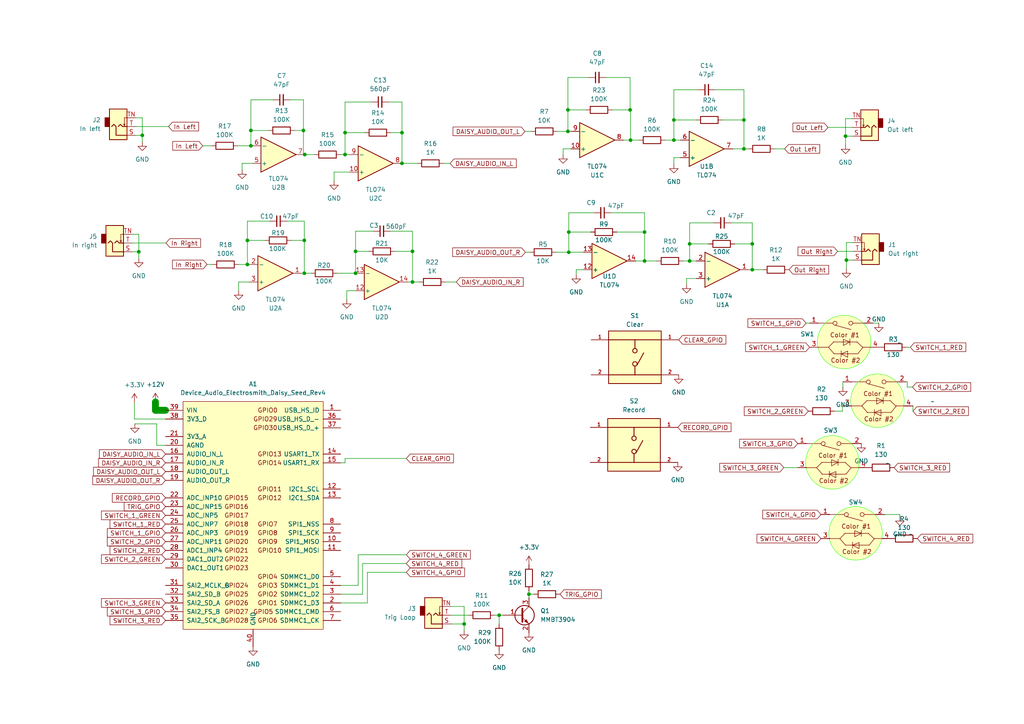
<source format=kicad_sch>
(kicad_sch (version 20231120) (generator "eeschema") (generator_version "8.0")
  (paper "A4")
  (junction (at 218.186 70.739))
  (junction (at 335.534 122.936))
  (junction (at 186.944 67.31))
  (junction (at 119.634 72.898))
  (junction (at 88.265 79.248))
  (junction (at 245.237 39.497))
  (junction (at 200.025 75.692))
  (junction (at 88.265 69.723))
  (junction (at 195.453 40.64))
  (junction (at 335.534 110.236))
  (junction (at 245.491 75.438))
  (junction (at 186.944 75.692))
  (junction (at 164.719 38.1))
  (junction (at 103.124 79.248))
  (junction (at -42.545 -9.906))
  (junction (at 100.076 38.481))
  (junction (at 134.62 180.975))
  (junction (at 315.214 110.236))
  (junction (at 182.753 31.877))
  (junction (at 164.973 67.31))
  (junction (at 195.453 34.798))
  (junction (at 88.011 37.846))
  (junction (at 119.634 81.788))
  (junction (at 164.973 73.152))
  (junction (at 349.25 67.691))
  (junction (at 318.77 60.071))
  (junction (at 215.773 34.798))
  (junction (at 41.275 39.243))
  (junction (at 72.771 42.291))
  (junction (at 215.773 43.18))
  (junction (at 315.214 122.936))
  (junction (at 349.25 60.071))
  (junction (at 40.259 73.025))
  (junction (at -97.79 -9.906))
  (junction (at 71.755 76.708))
  (junction (at 218.186 78.232))
  (junction (at 88.392 44.831))
  (junction (at 318.77 75.311))
  (junction (at 323.85 67.691))
  (junction (at 306.07 67.691))
  (junction (at 182.88 40.64))
  (junction (at 349.25 75.311))
  (junction (at 116.586 38.481))
  (junction (at 116.586 47.371))
  (junction (at 103.124 72.898))
  (junction (at 144.78 178.435))
  (junction (at 71.755 69.723))
  (junction (at 72.771 37.846))
  (junction (at 100.076 44.831))
  (junction (at 318.77 67.691))
  (junction (at 153.416 172.339))
  (junction (at 200.025 70.739))
  (junction (at 164.719 31.877))
  (wire (pts (xy 332.994 122.936) (xy 335.534 122.936)))
  (wire (pts (xy 106.553 174.879) (xy 98.806 174.879)))
  (wire (pts (xy 262.89 110.744) (xy 263.144 110.744)))
  (wire (pts (xy 215.773 34.798) (xy 215.773 43.18)))
  (wire (pts (xy 177.546 31.877) (xy 182.753 31.877)))
  (wire (pts (xy 88.392 44.831) (xy 88.011 44.831)))
  (wire (pts (xy 167.132 78.232) (xy 167.132 79.629)))
  (wire (pts (xy 91.186 44.831) (xy 88.392 44.831)))
  (wire (pts (xy 119.634 81.788) (xy 118.364 81.788)))
  (wire (pts (xy 247.142 36.957) (xy 240.157 36.957)))
  (wire (pts (xy 100.076 44.831) (xy 98.806 44.831)))
  (wire (pts (xy 201.93 75.692) (xy 200.025 75.692)))
  (wire (pts (xy 38.989 121.539) (xy 48.006 121.539)))
  (wire (pts (xy 98.806 134.239) (xy 100.076 134.239)))
  (wire (pts (xy 73.152 42.291) (xy 72.771 42.291)))
  (wire (pts (xy 245.491 75.438) (xy 245.491 77.978)))
  (wire (pts (xy 100.076 132.969) (xy 117.856 132.969)))
  (wire (pts (xy 100.076 29.591) (xy 100.076 38.481)))
  (wire (pts (xy 70.231 47.371) (xy 73.152 47.371)))
  (wire (pts (xy -97.79 -4.826) (xy -86.995 -4.826)))
  (wire (pts (xy 332.74 60.071) (xy 335.28 60.071)))
  (wire (pts (xy -42.545 -9.906) (xy -22.225 -9.906)))
  (wire (pts (xy 323.85 67.691) (xy 349.25 67.691)))
  (wire (pts (xy 318.77 65.151) (xy 318.77 67.691)))
  (wire (pts (xy 45.466 129.159) (xy 48.006 129.159)))
  (wire (pts (xy 315.214 110.236) (xy 315.214 122.936)))
  (wire (pts (xy 255.27 100.711) (xy 255.143 100.711)))
  (wire (pts (xy -97.79 -7.366) (xy -86.995 -7.366)))
  (wire (pts (xy 106.553 165.989) (xy 117.856 165.989)))
  (wire (pts (xy 153.67 73.152) (xy 152.4 73.152)))
  (wire (pts (xy 167.132 78.232) (xy 169.164 78.232)))
  (wire (pts (xy 207.518 26.035) (xy 215.773 26.035)))
  (wire (pts (xy 71.755 69.723) (xy 76.835 69.723)))
  (wire (pts (xy 247.396 72.898) (xy 242.951 72.898)))
  (wire (pts (xy 103.124 72.898) (xy 106.934 72.898)))
  (wire (pts (xy 45.085 116.586) (xy 45.085 118.999)) (stroke (width 2)))
  (wire (pts (xy 195.453 40.64) (xy 197.358 40.64)))
  (wire (pts (xy 182.88 40.64) (xy 185.293 40.64)))
  (wire (pts (xy 108.204 67.056) (xy 103.124 67.056)))
  (wire (pts (xy 312.674 122.936) (xy 315.214 122.936)))
  (wire (pts (xy 90.17 79.248) (xy 88.265 79.248)))
  (wire (pts (xy 227.33 135.636) (xy 231.394 135.636)))
  (wire (pts (xy 306.07 62.611) (xy 306.07 60.071)))
  (wire (pts (xy 349.25 60.071) (xy 349.25 61.976)))
  (wire (pts (xy 39.37 34.163) (xy 41.275 34.163)))
  (wire (pts (xy 260.985 149.225) (xy 260.985 149.86)))
  (wire (pts (xy 121.031 47.371) (xy 116.586 47.371)))
  (wire (pts (xy 209.55 34.798) (xy 215.773 34.798)))
  (wire (pts (xy 312.674 110.236) (xy 315.214 110.236)))
  (wire (pts (xy 332.994 110.236) (xy 335.534 110.236)))
  (wire (pts (xy 38.354 67.945) (xy 40.259 67.945)))
  (wire (pts (xy 200.025 64.643) (xy 200.025 70.739)))
  (wire (pts (xy 264.033 100.711) (xy 262.89 100.711)))
  (wire (pts (xy 161.29 73.152) (xy 164.973 73.152)))
  (wire (pts (xy 215.773 43.18) (xy 217.043 43.18)))
  (wire (pts (xy 300.99 67.691) (xy 300.99 68.326)))
  (wire (pts (xy 116.586 38.481) (xy 113.411 38.481)))
  (wire (pts (xy 72.771 42.291) (xy 68.961 42.291)))
  (wire (pts (xy 186.944 61.722) (xy 186.944 67.31)))
  (wire (pts (xy 101.346 44.831) (xy 100.076 44.831)))
  (wire (pts (xy 116.586 38.481) (xy 116.586 29.591)))
  (wire (pts (xy 72.771 37.846) (xy 77.851 37.846)))
  (wire (pts (xy 202.438 26.035) (xy 195.453 26.035)))
  (wire (pts (xy 171.323 67.31) (xy 164.973 67.31)))
  (wire (pts (xy 244.348 119.253) (xy 242.062 119.253)))
  (wire (pts (xy 215.773 34.798) (xy 215.773 26.035)))
  (wire (pts (xy 40.259 73.025) (xy 40.259 74.93)))
  (wire (pts (xy 164.973 67.31) (xy 164.973 73.152)))
  (wire (pts (xy 72.771 42.291) (xy 72.771 37.846)))
  (wire (pts (xy 103.124 84.328) (xy 100.584 84.328)))
  (wire (pts (xy 130.556 47.371) (xy 128.651 47.371)))
  (wire (pts (xy 153.416 172.339) (xy 153.416 173.355)))
  (wire (pts (xy 218.186 78.232) (xy 221.234 78.232)))
  (wire (pts (xy 106.553 165.989) (xy 106.553 174.879)))
  (wire (pts (xy 39.37 36.703) (xy 48.895 36.703)))
  (wire (pts (xy 40.259 67.945) (xy 40.259 73.025)))
  (wire (pts (xy 192.913 40.64) (xy 195.453 40.64)))
  (wire (pts (xy 215.773 43.18) (xy 212.598 43.18)))
  (wire (pts (xy 105.156 163.449) (xy 117.856 163.449)))
  (wire (pts (xy 113.284 67.056) (xy 119.634 67.056)))
  (wire (pts (xy 169.926 31.877) (xy 164.719 31.877)))
  (wire (pts (xy 178.943 67.31) (xy 186.944 67.31)))
  (wire (pts (xy 144.78 180.975) (xy 144.78 178.435)))
  (wire (pts (xy 199.136 80.772) (xy 199.136 82.423)))
  (wire (pts (xy 130.81 175.895) (xy 134.62 175.895)))
  (wire (pts (xy 60.071 76.708) (xy 61.595 76.708)))
  (wire (pts (xy 100.584 84.328) (xy 100.584 86.868)))
  (wire (pts (xy 72.263 81.788) (xy 69.215 81.788)))
  (wire (pts (xy 134.62 175.895) (xy 134.62 180.975)))
  (wire (pts (xy -109.347 -9.906) (xy -97.79 -9.906)))
  (wire (pts (xy 306.07 60.071) (xy 318.77 60.071)))
  (wire (pts (xy -97.79 -9.906) (xy -86.995 -9.906)))
  (wire (pts (xy 116.586 47.371) (xy 116.586 38.481)))
  (wire (pts (xy 83.312 64.135) (xy 88.265 64.135)))
  (wire (pts (xy 342.9 60.071) (xy 349.25 60.071)))
  (wire (pts (xy 39.116 122.936) (xy 45.466 122.936)))
  (wire (pts (xy 256.54 149.225) (xy 260.985 149.225)))
  (wire (pts (xy 217.17 78.232) (xy 218.186 78.232)))
  (wire (pts (xy 233.807 93.726) (xy 234.823 93.726)))
  (wire (pts (xy 103.124 79.248) (xy 103.124 72.898)))
  (wire (pts (xy 245.491 70.358) (xy 247.396 70.358)))
  (wire (pts (xy 41.275 41.148) (xy 41.275 39.243)))
  (wire (pts (xy 318.77 72.771) (xy 318.77 75.311)))
  (wire (pts (xy 205.486 70.739) (xy 200.025 70.739)))
  (wire (pts (xy 318.77 60.071) (xy 325.12 60.071)))
  (wire (pts (xy 245.237 34.417) (xy 245.237 39.497)))
  (wire (pts (xy 130.81 178.435) (xy 135.89 178.435)))
  (wire (pts (xy 69.215 76.708) (xy 71.755 76.708)))
  (wire (pts (xy 71.755 76.708) (xy 71.755 69.723)))
  (wire (pts (xy -42.545 0.254) (xy -22.225 0.254)))
  (wire (pts (xy 41.275 39.243) (xy 39.37 39.243)))
  (wire (pts (xy 161.671 38.1) (xy 164.719 38.1)))
  (wire (pts (xy 145.796 178.435) (xy 144.78 178.435)))
  (wire (pts (xy 182.753 31.877) (xy 182.88 31.877)))
  (wire (pts (xy 84.455 69.723) (xy 88.265 69.723)))
  (wire (pts (xy 69.215 81.788) (xy 69.215 84.328)))
  (wire (pts (xy 318.77 75.311) (xy 325.12 75.311)))
  (wire (pts (xy 40.259 73.025) (xy 38.354 73.025)))
  (wire (pts (xy 87.503 79.248) (xy 88.265 79.248)))
  (wire (pts (xy 224.663 43.18) (xy 227.584 43.18)))
  (wire (pts (xy 200.025 75.692) (xy 198.12 75.692)))
  (wire (pts (xy 103.124 79.248) (xy 97.79 79.248)))
  (wire (pts (xy 195.453 47.625) (xy 195.453 45.72)))
  (wire (pts (xy 153.416 171.45) (xy 153.416 172.339)))
  (wire (pts (xy -42.545 -7.366) (xy -22.225 -7.366)))
  (wire (pts (xy 218.186 70.739) (xy 218.186 78.232)))
  (wire (pts (xy 306.07 72.771) (xy 306.07 75.311)))
  (wire (pts (xy 41.275 39.243) (xy 41.275 34.163)))
  (wire (pts (xy 335.534 122.936) (xy 335.534 126.746)))
  (wire (pts (xy 315.214 122.936) (xy 317.754 122.936)))
  (wire (pts (xy 318.77 67.691) (xy 323.85 67.691)))
  (wire (pts (xy 263.144 112.268) (xy 264.668 112.268)))
  (wire (pts (xy 190.5 75.692) (xy 186.944 75.692)))
  (wire (pts (xy 144.78 178.435) (xy 143.51 178.435)))
  (wire (pts (xy 315.214 129.286) (xy 315.214 122.936)))
  (wire (pts (xy 207.01 64.643) (xy 200.025 64.643)))
  (wire (pts (xy 114.554 72.898) (xy 119.634 72.898)))
  (wire (pts (xy 163.322 44.831) (xy 163.322 43.18)))
  (wire (pts (xy -45.593 -9.906) (xy -42.545 -9.906)))
  (wire (pts (xy 306.07 67.691) (xy 300.99 67.691)))
  (wire (pts (xy -42.545 -4.826) (xy -22.225 -4.826)))
  (wire (pts (xy 163.322 43.18) (xy 165.608 43.18)))
  (wire (pts (xy 177.292 61.722) (xy 186.944 61.722)))
  (wire (pts (xy 349.25 67.691) (xy 349.25 67.056)))
  (wire (pts (xy 72.263 76.708) (xy 71.755 76.708)))
  (wire (pts (xy 119.634 67.056) (xy 119.634 72.898)))
  (wire (pts (xy 218.186 64.643) (xy 218.186 70.739)))
  (wire (pts (xy 164.973 61.722) (xy 164.973 67.31)))
  (wire (pts (xy 317.754 110.236) (xy 315.214 110.236)))
  (wire (pts (xy 103.886 160.909) (xy 117.856 160.909)))
  (wire (pts (xy -97.79 -2.286) (xy -86.995 -2.286)))
  (wire (pts (xy 195.453 26.035) (xy 195.453 34.798)))
  (wire (pts (xy 212.09 64.643) (xy 218.186 64.643)))
  (wire (pts (xy 100.076 132.969) (xy 100.076 134.239)))
  (wire (pts (xy 195.453 34.798) (xy 195.453 40.64)))
  (wire (pts (xy 72.771 28.956) (xy 72.771 37.846)))
  (wire (pts (xy 119.634 72.898) (xy 119.634 81.788)))
  (wire (pts (xy 306.07 67.691) (xy 306.07 70.231)))
  (wire (pts (xy 88.011 28.956) (xy 88.011 37.846)))
  (wire (pts (xy 79.121 28.956) (xy 72.771 28.956)))
  (wire (pts (xy 121.539 81.788) (xy 119.634 81.788)))
  (wire (pts (xy 244.348 117.729) (xy 244.475 117.729)))
  (wire (pts (xy 186.944 67.31) (xy 186.944 75.692)))
  (wire (pts (xy 88.265 69.723) (xy 88.265 79.248)))
  (wire (pts (xy 38.989 116.713) (xy 38.989 121.539)))
  (wire (pts (xy 213.106 70.739) (xy 218.186 70.739)))
  (wire (pts (xy 318.77 60.071) (xy 318.77 62.611)))
  (wire (pts (xy 38.354 70.485) (xy 48.133 70.485)))
  (wire (pts (xy 195.453 34.798) (xy 201.93 34.798)))
  (wire (pts (xy 164.719 22.479) (xy 164.719 31.877)))
  (wire (pts (xy 105.791 38.481) (xy 100.076 38.481)))
  (wire (pts (xy -109.347 -8.509) (xy -109.347 -9.906)))
  (wire (pts (xy 98.806 169.799) (xy 103.886 169.799)))
  (wire (pts (xy -97.79 0.254) (xy -86.995 0.254)))
  (wire (pts (xy 306.07 75.311) (xy 318.77 75.311)))
  (wire (pts (xy 349.25 75.311) (xy 349.25 72.771)))
  (wire (pts (xy 186.944 75.692) (xy 184.404 75.692)))
  (wire (pts (xy 338.074 110.236) (xy 335.534 110.236)))
  (wire (pts (xy 244.348 117.729) (xy 244.348 119.253)))
  (wire (pts (xy 103.886 169.799) (xy 103.886 160.909)))
  (wire (pts (xy 58.801 42.291) (xy 61.341 42.291)))
  (wire (pts (xy 318.77 67.691) (xy 318.77 70.231)))
  (wire (pts (xy 164.719 31.877) (xy 164.719 38.1)))
  (wire (pts (xy 245.237 34.417) (xy 247.142 34.417)))
  (wire (pts (xy 244.475 110.744) (xy 244.475 112.268)))
  (wire (pts (xy 100.076 38.481) (xy 100.076 44.831)))
  (wire (pts (xy 71.755 64.135) (xy 71.755 69.723)))
  (wire (pts (xy 45.085 118.999) (xy 48.006 118.999)) (stroke (width 2)))
  (wire (pts (xy 263.144 110.744) (xy 263.144 112.268)))
  (wire (pts (xy 130.81 180.975) (xy 134.62 180.975)))
  (wire (pts (xy 105.156 163.449) (xy 105.156 172.339)))
  (wire (pts (xy 172.212 61.722) (xy 164.973 61.722)))
  (wire (pts (xy 175.768 22.479) (xy 182.753 22.479)))
  (wire (pts (xy 132.334 81.788) (xy 129.159 81.788)))
  (wire (pts (xy 164.719 38.1) (xy 165.608 38.1)))
  (wire (pts (xy 335.534 110.236) (xy 335.534 122.936)))
  (wire (pts (xy 306.07 65.151) (xy 306.07 67.691)))
  (wire (pts (xy 45.466 122.936) (xy 45.466 129.159)))
  (wire (pts (xy 245.491 75.438) (xy 245.491 70.358)))
  (wire (pts (xy 332.74 75.311) (xy 335.28 75.311)))
  (wire (pts (xy 245.237 39.497) (xy 245.237 42.037)))
  (wire (pts (xy 264.795 117.729) (xy 264.795 119.253)))
  (wire (pts (xy 182.753 22.479) (xy 182.753 31.877)))
  (wire (pts (xy 70.231 49.276) (xy 70.231 47.371)))
  (wire (pts (xy 101.346 49.911) (xy 96.901 49.911)))
  (wire (pts (xy 107.696 29.591) (xy 100.076 29.591)))
  (wire (pts (xy 154.813 172.339) (xy 153.416 172.339)))
  (wire (pts (xy 164.973 73.152) (xy 169.164 73.152)))
  (wire (pts (xy 335.534 122.936) (xy 340.614 122.936)))
  (wire (pts (xy 152.273 38.1) (xy 154.051 38.1)))
  (wire (pts (xy 342.9 75.311) (xy 349.25 75.311)))
  (wire (pts (xy -42.545 -2.286) (xy -22.225 -2.286)))
  (wire (pts (xy 96.901 49.911) (xy 96.901 52.451)))
  (wire (pts (xy 88.265 64.135) (xy 88.265 69.723)))
  (wire (pts (xy 78.232 64.135) (xy 71.755 64.135)))
  (wire (pts (xy 105.156 172.339) (xy 98.806 172.339)))
  (wire (pts (xy 170.688 22.479) (xy 164.719 22.479)))
  (wire (pts (xy 254.889 93.726) (xy 253.238 93.726)))
  (wire (pts (xy 182.88 31.877) (xy 182.88 40.64)))
  (wire (pts (xy 245.237 39.497) (xy 247.142 39.497)))
  (wire (pts (xy 247.396 75.438) (xy 245.491 75.438)))
  (wire (pts (xy 116.586 29.591) (xy 112.776 29.591)))
  (wire (pts (xy 103.124 67.056) (xy 103.124 72.898)))
  (wire (pts (xy 134.62 180.975) (xy 134.62 182.88)))
  (wire (pts (xy 88.011 44.831) (xy 88.011 37.846)))
  (wire (pts (xy 180.848 40.64) (xy 182.88 40.64)))
  (wire (pts (xy 200.025 70.739) (xy 200.025 75.692)))
  (wire (pts (xy 199.136 80.772) (xy 201.93 80.772)))
  (wire (pts (xy 88.011 37.846) (xy 85.471 37.846)))
  (wire (pts (xy 84.201 28.956) (xy 88.011 28.956)))
  (wire (pts (xy 195.453 45.72) (xy 197.358 45.72)))
  (global_label "In Left" (shape input) (at 58.801 42.291 180) (property "Intersheetrefs" "${INTERSHEET_REFS}" (effects (hide yes))))
  (global_label "SWITCH_4_RED" (shape input) (at 266.065 156.21 0) (property "Intersheetrefs" "${INTERSHEET_REFS}" (effects (hide yes))))
  (global_label "RECORD_GPIO" (shape input) (at 48.006 144.399 180) (property "Intersheetrefs" "${INTERSHEET_REFS}" (effects (hide yes))))
  (global_label "In Right" (shape input) (at -22.225 -4.826 0) (property "Intersheetrefs" "${INTERSHEET_REFS}" (effects (hide yes))))
  (global_label "Out Left" (shape input) (at 227.584 43.18 0) (property "Intersheetrefs" "${INTERSHEET_REFS}" (effects (hide yes))))
  (global_label "SWITCH_4_GREEN" (shape input) (at 238.125 156.21 180) (property "Intersheetrefs" "${INTERSHEET_REFS}" (effects (hide yes))))
  (global_label "DAISY_AUDIO_IN_R" (shape input) (at 48.006 134.239 180) (property "Intersheetrefs" "${INTERSHEET_REFS}" (effects (hide yes))))
  (global_label "SWITCH_1_GPIO" (shape input) (at 233.807 93.726 180) (property "Intersheetrefs" "${INTERSHEET_REFS}" (effects (hide yes))))
  (global_label "DAISY_AUDIO_IN_R" (shape input) (at -86.995 -4.826 0) (property "Intersheetrefs" "${INTERSHEET_REFS}" (effects (hide yes))))
  (global_label "DAISY_AUDIO_IN_L" (shape input) (at -86.995 -7.366 0) (property "Intersheetrefs" "${INTERSHEET_REFS}" (effects (hide yes))))
  (global_label "SWITCH_4_RED" (shape input) (at 117.856 163.449 0) (property "Intersheetrefs" "${INTERSHEET_REFS}" (effects (hide yes))))
  (global_label "DAISY_AUDIO_OUT_R" (shape input) (at -86.995 0.254 0) (property "Intersheetrefs" "${INTERSHEET_REFS}" (effects (hide yes))))
  (global_label "SWITCH_3_RED" (shape input) (at 48.006 179.959 180) (property "Intersheetrefs" "${INTERSHEET_REFS}" (effects (hide yes))))
  (global_label "SWITCH_3_GREEN" (shape input) (at 48.006 174.879 180) (property "Intersheetrefs" "${INTERSHEET_REFS}" (effects (hide yes))))
  (global_label "SWITCH_3_GPIO" (shape input) (at 48.006 177.419 180) (property "Intersheetrefs" "${INTERSHEET_REFS}" (effects (hide yes))))
  (global_label "Out Right" (shape input) (at 242.951 72.898 180) (property "Intersheetrefs" "${INTERSHEET_REFS}" (effects (hide yes))))
  (global_label "SWITCH_1_GREEN" (shape input) (at 234.823 100.711 180) (property "Intersheetrefs" "${INTERSHEET_REFS}" (effects (hide yes))))
  (global_label "SWITCH_1_RED" (shape input) (at 264.033 100.711 0) (property "Intersheetrefs" "${INTERSHEET_REFS}" (effects (hide yes))))
  (global_label "SWITCH_2_RED" (shape input) (at 48.006 159.639 180) (property "Intersheetrefs" "${INTERSHEET_REFS}" (effects (hide yes))))
  (global_label "CLEAR_GPIO" (shape input) (at 196.85 98.552 0) (property "Intersheetrefs" "${INTERSHEET_REFS}" (effects (hide yes))))
  (global_label "DAISY_AUDIO_OUT_R" (shape input) (at 152.4 73.152 180) (property "Intersheetrefs" "${INTERSHEET_REFS}" (effects (hide yes))))
  (global_label "SWITCH_4_GPIO" (shape input) (at 117.856 165.989 0) (property "Intersheetrefs" "${INTERSHEET_REFS}" (effects (hide yes))))
  (global_label "DAISY_AUDIO_OUT_R" (shape input) (at 48.006 139.319 180) (property "Intersheetrefs" "${INTERSHEET_REFS}" (effects (hide yes))))
  (global_label "SWITCH_2_GREEN" (shape input) (at 48.006 162.179 180) (property "Intersheetrefs" "${INTERSHEET_REFS}" (effects (hide yes))))
  (global_label "SWITCH_2_GPIO" (shape input) (at 264.668 112.268 0) (property "Intersheetrefs" "${INTERSHEET_REFS}" (effects (hide yes))))
  (global_label "SWITCH_1_GREEN" (shape input) (at 48.006 149.479 180) (property "Intersheetrefs" "${INTERSHEET_REFS}" (effects (hide yes))))
  (global_label "Out Right" (shape input) (at 228.854 78.232 0) (property "Intersheetrefs" "${INTERSHEET_REFS}" (effects (hide yes))))
  (global_label "DAISY_AUDIO_IN_R" (shape input) (at 132.334 81.788 0) (property "Intersheetrefs" "${INTERSHEET_REFS}" (effects (hide yes))))
  (global_label "SWITCH_1_RED" (shape input) (at 48.006 152.019 180) (property "Intersheetrefs" "${INTERSHEET_REFS}" (effects (hide yes))))
  (global_label "DAISY_AUDIO_OUT_L" (shape input) (at 48.006 136.779 180) (property "Intersheetrefs" "${INTERSHEET_REFS}" (effects (hide yes))))
  (global_label "SWITCH_2_GPIO" (shape input) (at 48.006 157.099 180) (property "Intersheetrefs" "${INTERSHEET_REFS}" (effects (hide yes))))
  (global_label "DAISY_AUDIO_IN_L" (shape input) (at 48.006 131.699 180) (property "Intersheetrefs" "${INTERSHEET_REFS}" (effects (hide yes))))
  (global_label "SWITCH_2_GREEN" (shape input) (at 234.442 119.253 180) (property "Intersheetrefs" "${INTERSHEET_REFS}" (effects (hide yes))))
  (global_label "SWITCH_3_GPIO" (shape input) (at 231.394 128.651 180) (property "Intersheetrefs" "${INTERSHEET_REFS}" (effects (hide yes))))
  (global_label "TRIG_GPIO" (shape input) (at 48.006 146.939 180) (property "Intersheetrefs" "${INTERSHEET_REFS}" (effects (hide yes))))
  (global_label "In Right" (shape input) (at 60.071 76.708 180) (property "Intersheetrefs" "${INTERSHEET_REFS}" (effects (hide yes))))
  (global_label "SWITCH_2_RED" (shape input) (at 264.795 119.253 0) (property "Intersheetrefs" "${INTERSHEET_REFS}" (effects (hide yes))))
  (global_label "Out Right" (shape input) (at -22.225 0.254 0) (property "Intersheetrefs" "${INTERSHEET_REFS}" (effects (hide yes))))
  (global_label "SWITCH_4_GREEN" (shape input) (at 117.856 160.909 0) (property "Intersheetrefs" "${INTERSHEET_REFS}" (effects (hide yes))))
  (global_label "SWITCH_3_GREEN" (shape input) (at 227.33 135.636 180) (property "Intersheetrefs" "${INTERSHEET_REFS}" (effects (hide yes))))
  (global_label "In Right" (shape input) (at 48.133 70.485 0) (property "Intersheetrefs" "${INTERSHEET_REFS}" (effects (hide yes))))
  (global_label "CLEAR_GPIO" (shape input) (at 117.856 132.969 0) (property "Intersheetrefs" "${INTERSHEET_REFS}" (effects (hide yes))))
  (global_label "SWITCH_4_GPIO" (shape input) (at 238.125 149.225 180) (property "Intersheetrefs" "${INTERSHEET_REFS}" (effects (hide yes))))
  (global_label "DAISY_AUDIO_OUT_L" (shape input) (at -86.995 -2.286 0) (property "Intersheetrefs" "${INTERSHEET_REFS}" (effects (hide yes))))
  (global_label "Out Left" (shape input) (at 240.157 36.957 180) (property "Intersheetrefs" "${INTERSHEET_REFS}" (effects (hide yes))))
  (global_label "TRIG_GPIO" (shape input) (at 162.433 172.339 0) (property "Intersheetrefs" "${INTERSHEET_REFS}" (effects (hide yes))))
  (global_label "RECORD_GPIO" (shape input) (at 196.596 123.952 0) (property "Intersheetrefs" "${INTERSHEET_REFS}" (effects (hide yes))))
  (global_label "DAISY_AUDIO_OUT_L" (shape input) (at 152.273 38.1 180) (property "Intersheetrefs" "${INTERSHEET_REFS}" (effects (hide yes))))
  (global_label "In Left" (shape input) (at 48.895 36.703 0) (property "Intersheetrefs" "${INTERSHEET_REFS}" (effects (hide yes))))
  (global_label "Out Left" (shape input) (at -22.225 -2.286 0) (property "Intersheetrefs" "${INTERSHEET_REFS}" (effects (hide yes))))
  (global_label "SWITCH_3_RED" (shape input) (at 259.334 135.636 0) (property "Intersheetrefs" "${INTERSHEET_REFS}" (effects (hide yes))))
  (global_label "In Left" (shape input) (at -22.225 -7.366 0) (property "Intersheetrefs" "${INTERSHEET_REFS}" (effects (hide yes))))
  (global_label "DAISY_AUDIO_IN_L" (shape input) (at 130.556 47.371 0) (property "Intersheetrefs" "${INTERSHEET_REFS}" (effects (hide yes))))
  (global_label "SWITCH_1_GPIO" (shape input) (at 48.006 154.559 180) (property "Intersheetrefs" "${INTERSHEET_REFS}" (effects (hide yes))))
  (symbol (lib_id "Device:R") (at 262.255 156.21 270) (mirror x) (unit 1)
    (property "Reference" "R4" (at 262.255 150.495 90))
    (property "Value" "130" (at 262.255 153.035 90))
    (property "Footprint" "Resistor_SMD:R_0603_1608Metric" (effects (hide yes)))
  )
  (symbol (lib_id "Device:C_Polarized_Small") (at 349.25 64.516 0) (unit 1)
    (property "Reference" "C4" (at 351.79 62.6998 0) (effects (justify left)))
    (property "Value" "10uF" (at 351.79 65.2398 0) (effects (justify left)))
    (property "Footprint" "Capacitor_SMD:CP_Elec_4x5.4" (effects (hide yes)))
    (property "LCSC" "C88654" (effects (hide yes)))
  )
  (symbol (lib_id "Diode:1N5819") (at 339.09 75.311 0) (unit 1)
    (property "Reference" "D1" (at 338.7725 68.961 0))
    (property "Value" "1N5819" (at 338.7725 71.501 0))
    (property "Footprint" "Diode_SMD:D_SOD-123" (effects (hide yes)))
    (property "Datasheet" "http://www.vishay.com/docs/88525/1n5817.pdf" (effects (hide yes)))
    (property "LCSC" "C5451628" (effects (hide yes)))
  )
  (symbol (lib_id "Device:R") (at 205.74 34.798 90) (unit 1)
    (property "Reference" "R24" (at 205.74 29.083 90))
    (property "Value" "100K" (at 205.74 31.623 90))
    (property "Footprint" "Resistor_SMD:R_0603_1608Metric" (effects (hide yes)))
    (property "LCSC" "C25803" (effects (hide yes)))
  )
  (symbol (lib_id "Device:C_Small") (at 310.134 110.236 90) (unit 1)
    (property "Reference" "C1" (at 310.1403 103.886 90))
    (property "Value" "100nF" (at 310.1403 106.426 90))
    (property "Footprint" "Capacitor_SMD:C_0603_1608Metric" (effects (hide yes)))
    (property "LCSC" "C14663" (effects (hide yes)))
  )
  (symbol (lib_id "power:GND") (at 69.215 84.328 0) (mirror y) (unit 1)
    (property "Reference" "#PWR029" (effects (hide yes)))
    (property "Value" "GND" (at 69.215 89.408 0))
  )
  (symbol (lib_id "power:+12V") (at 349.25 60.071 0) (unit 1)
    (property "Reference" "#PWR017" (effects (hide yes)))
    (property "Value" "+12V" (at 355.6 57.531 0))
  )
  (symbol (lib_id "power:GND") (at 196.85 108.712 0) (unit 1)
    (property "Reference" "#PWR05" (effects (hide yes)))
    (property "Value" "GND" (at 196.85 113.792 0))
  )
  (symbol (lib_id "power:GND") (at 245.491 77.978 0) (unit 1)
    (property "Reference" "#PWR0105" (effects (hide yes)))
    (property "Value" "GND" (at 245.491 83.058 0))
  )
  (symbol (lib_id "Amplifier_Operational:TL074") (at 110.744 81.788 0) (mirror x) (unit 4)
    (property "Reference" "U2" (at 110.744 91.948 0))
    (property "Value" "TL074" (at 110.744 89.408 0))
    (property "Footprint" "1_Geirs_Library:SOIC127P600X175-14N" (effects (hide yes)))
    (property "Datasheet" "http://www.ti.com/lit/ds/symlink/tl071.pdf" (effects (hide yes)))
    (property "LCSC" "C12594" (effects (hide yes)))
  )
  (symbol (lib_id "power:GND") (at 307.594 122.936 0) (unit 1)
    (property "Reference" "#PWR026" (effects (hide yes)))
    (property "Value" "GND" (at 307.594 128.016 0))
  )
  (symbol (lib_id "power:GND") (at 41.275 41.148 0) (unit 1)
    (property "Reference" "#PWR0102" (effects (hide yes)))
    (property "Value" "GND" (at 41.275 46.228 0))
  )
  (symbol (lib_id "power:GND") (at 249.809 128.651 0) (unit 1)
    (property "Reference" "#PWR07" (effects (hide yes)))
    (property "Value" "GND" (at 249.809 133.731 0))
  )
  (symbol (lib_id "power:+12V") (at -45.593 -9.906 0) (mirror x) (unit 1)
    (property "Reference" "#PWR034" (effects (hide yes)))
    (property "Value" "+12V" (at -48.133 -8.6361 0) (effects (justify right)))
  )
  (symbol (lib_id "Device:R") (at 93.98 79.248 270) (mirror x) (unit 1)
    (property "Reference" "R20" (at 93.98 76.962 90))
    (property "Value" "100K" (at 93.98 81.534 90))
    (property "Footprint" "Resistor_SMD:R_0603_1608Metric" (effects (hide yes)))
    (property "LCSC" "C25803" (effects (hide yes)))
  )
  (symbol (lib_id "Device:C_Small") (at 174.752 61.722 270) (mirror x) (unit 1)
    (property "Reference" "C9" (at 171.45 58.801 90))
    (property "Value" "47pF" (at 178.689 59.69 90))
    (property "Footprint" "Capacitor_SMD:C_0603_1608Metric" (effects (hide yes)))
    (property "LCSC" "C1671" (effects (hide yes)))
  )
  (symbol (lib_id "power:GND") (at 73.406 187.579 0) (unit 1)
    (property "Reference" "#PWR02" (effects (hide yes)))
    (property "Value" "GND" (at 73.406 192.659 0))
  )
  (symbol (lib_id "1_Geirs_Library:TS02-66-140-BK-160-LCR-D") (at 184.15 103.632 0) (unit 1)
    (property "Reference" "S1" (at 184.15 91.567 0))
    (property "Value" "Clear" (at 184.15 94.107 0))
    (property "Footprint" "1_Geirs_Library:SW_TS02-66-140-BK-160-LCR-D" (effects (hide yes)))
    (property "PARTREV" "1.0" (effects (hide yes)))
    (property "MANUFACTURER" "CUI Devices" (effects (hide yes)))
    (property "STANDARD" "Manufacturer Recommendations" (effects (hide yes)))
  )
  (symbol (lib_id "Amplifier_Operational:TL074") (at 108.966 47.371 0) (mirror x) (unit 3)
    (property "Reference" "U2" (at 108.966 57.531 0))
    (property "Value" "TL074" (at 108.966 54.991 0))
    (property "Footprint" "1_Geirs_Library:SOIC127P600X175-14N" (effects (hide yes)))
    (property "Datasheet" "http://www.ti.com/lit/ds/symlink/tl071.pdf" (effects (hide yes)))
    (property "LCSC" "C12594" (effects (hide yes)))
  )
  (symbol (lib_id "1_Geirs_Library:D6RLRDGNF1LFS") (at 264.16 154.94 0) (unit 1)
    (property "Reference" "SW4" (at 248.158 145.669 0))
    (property "Value" "~" (at 264.16 154.94 0))
    (property "Footprint" "1_Geirs_Library:D6RLRDGNF1LFS" (effects (hide yes)))
  )
  (symbol (lib_id "Device:R") (at 144.78 184.785 0) (mirror x) (unit 1)
    (property "Reference" "R29" (at 142.494 183.515 0) (effects (justify right)))
    (property "Value" "100K" (at 142.494 186.055 0) (effects (justify right)))
    (property "Footprint" "Resistor_SMD:R_0603_1608Metric" (effects (hide yes)))
    (property "LCSC" "C25803" (effects (hide yes)))
  )
  (symbol (lib_id "Device:R") (at 80.645 69.723 270) (mirror x) (unit 1)
    (property "Reference" "R19" (at 80.645 67.564 90))
    (property "Value" "100K" (at 80.518 72.136 90))
    (property "Footprint" "Resistor_SMD:R_0603_1608Metric" (effects (hide yes)))
    (property "LCSC" "C25803" (effects (hide yes)))
  )
  (symbol (lib_id "Device:C_Polarized_Small") (at 349.25 70.231 0) (unit 1)
    (property "Reference" "C6" (at 351.79 68.4148 0) (effects (justify left)))
    (property "Value" "10uF" (at 351.79 70.9548 0) (effects (justify left)))
    (property "Footprint" "Capacitor_SMD:CP_Elec_4x5.4" (effects (hide yes)))
    (property "LCSC" "C88654" (effects (hide yes)))
  )
  (symbol (lib_id "Connector:AudioJack2_SwitchT") (at 34.29 36.703 0) (mirror x) (unit 1)
    (property "Reference" "J2" (at 29.21 34.7979 0) (effects (justify right)))
    (property "Value" "In left" (at 29.21 37.3379 0) (effects (justify right)))
    (property "Footprint" "AudioJacks:Jack_3.5mm_QingPu_WQP-PJ398SM_Vertical" (effects (hide yes)))
  )
  (symbol (lib_id "Amplifier_Operational:TL074") (at 204.978 43.18 0) (mirror x) (unit 2)
    (property "Reference" "U1" (at 204.978 48.26 0))
    (property "Value" "TL074" (at 204.978 50.8 0))
    (property "Footprint" "1_Geirs_Library:SOIC127P600X175-14N" (effects (hide yes)))
    (property "Datasheet" "http://www.ti.com/lit/ds/symlink/tl071.pdf" (effects (hide yes)))
    (property "LCSC" "C12594" (effects (hide yes)))
  )
  (symbol (lib_id "Device:R") (at 157.861 38.1 90) (unit 1)
    (property "Reference" "R7" (at 157.861 32.385 90))
    (property "Value" "10K" (at 157.861 34.925 90))
    (property "Footprint" "Resistor_SMD:R_0603_1608Metric" (effects (hide yes)))
    (property "LCSC" "C25804" (effects (hide yes)))
  )
  (symbol (lib_id "Connector:AudioJack2_SwitchT") (at 125.73 178.435 0) (mirror x) (unit 1)
    (property "Reference" "J3" (at 120.65 176.5299 0) (effects (justify right)))
    (property "Value" "Trig Loop" (at 120.65 179.0699 0) (effects (justify right)))
    (property "Footprint" "AudioJacks:Jack_3.5mm_QingPu_WQP-PJ398SM_Vertical" (effects (hide yes)))
  )
  (symbol (lib_id "Device:R") (at 110.744 72.898 270) (mirror x) (unit 1)
    (property "Reference" "R21" (at 110.744 70.612 90))
    (property "Value" "10K" (at 110.744 75.438 90))
    (property "Footprint" "Resistor_SMD:R_0603_1608Metric" (effects (hide yes)))
    (property "LCSC" "C25804" (effects (hide yes)))
  )
  (symbol (lib_id "Device_Audio_Electrosmith_Daisy_Seed:Device_Audio_Electrosmith_Daisy_Seed_Rev4") (at 73.406 149.479 0) (unit 1) (in_bom no)
    (property "Reference" "A1" (at 73.406 111.379 0))
    (property "Value" "Device_Audio_Electrosmith_Daisy_Seed_Rev4" (at 73.406 113.919 0))
    (property "Footprint" "Device_Audio_Electrosmith_Daisy_Seed:Device_Audio_Electrosmith_Daisy_Seed" (effects (hide yes)))
    (property "Datasheet" "https://github.com/electro-smith/DaisyWiki/wiki" (effects (hide yes)))
  )
  (symbol (lib_id "Device:R") (at 259.08 100.711 90) (unit 1)
    (property "Reference" "R3" (at 259.08 98.425 90))
    (property "Value" "130" (at 259.08 102.87 90))
    (property "Footprint" "Resistor_SMD:R_0603_1608Metric" (effects (hide yes)))
  )
  (symbol (lib_id "Connector:AudioJack2_SwitchT") (at 252.476 72.898 180) (unit 1)
    (property "Reference" "J1" (at 257.556 70.993 0) (effects (justify right)))
    (property "Value" "Out right" (at 257.556 73.533 0) (effects (justify right)))
    (property "Footprint" "AudioJacks:Jack_3.5mm_QingPu_WQP-PJ398SM_Vertical" (effects (hide yes)))
  )
  (symbol (lib_id "Connector:AudioJack2_SwitchT") (at 252.222 36.957 180) (unit 1)
    (property "Reference" "J4" (at 257.302 35.0519 0) (effects (justify right)))
    (property "Value" "Out left" (at 257.302 37.5919 0) (effects (justify right)))
    (property "Footprint" "AudioJacks:Jack_3.5mm_QingPu_WQP-PJ398SM_Vertical" (effects (hide yes)))
  )
  (symbol (lib_id "Device:R") (at 125.349 81.788 270) (mirror x) (unit 1)
    (property "Reference" "R22" (at 125.349 76.073 90))
    (property "Value" "1K" (at 125.349 78.613 90))
    (property "Footprint" "Resistor_SMD:R_0603_1608Metric" (effects (hide yes)))
    (property "LCSC" "C21190" (effects (hide yes)))
  )
  (symbol (lib_id "power:-12V") (at 335.534 126.746 180) (unit 1)
    (property "Reference" "#PWR019" (effects (hide yes)))
    (property "Value" "-12V" (at 335.534 131.826 0))
  )
  (symbol (lib_id "Device:R") (at 109.601 38.481 270) (mirror x) (unit 1)
    (property "Reference" "R14" (at 109.601 32.766 90))
    (property "Value" "10K" (at 109.601 35.306 90))
    (property "Footprint" "Resistor_SMD:R_0603_1608Metric" (effects (hide yes)))
    (property "LCSC" "C25804" (effects (hide yes)))
  )
  (symbol (lib_id "1_Geirs_Library:D6RLRDGNF1LFS") (at 270.51 116.459 0) (unit 1)
    (property "Reference" "SW2" (effects (hide yes)))
    (property "Value" "~" (at 270.51 116.459 0))
    (property "Footprint" "1_Geirs_Library:D6RLRDGNF1LFS" (effects (hide yes)))
  )
  (symbol (lib_id "Amplifier_Operational:TL074") (at 80.772 44.831 0) (mirror x) (unit 2)
    (property "Reference" "U2" (at 80.772 54.356 0))
    (property "Value" "TL074" (at 80.772 51.816 0))
    (property "Footprint" "1_Geirs_Library:SOIC127P600X175-14N" (effects (hide yes)))
    (property "Datasheet" "http://www.ti.com/lit/ds/symlink/tl071.pdf" (effects (hide yes)))
    (property "LCSC" "C12594" (effects (hide yes)))
  )
  (symbol (lib_id "Device:R") (at 225.044 78.232 90) (unit 1)
    (property "Reference" "R12" (at 225.044 72.5147 90))
    (property "Value" "1K" (at 225.044 75.0547 90))
    (property "Footprint" "Resistor_SMD:R_0603_1608Metric" (effects (hide yes)))
    (property "LCSC" "C21190" (effects (hide yes)))
  )
  (symbol (lib_id "Device:R") (at 94.996 44.831 270) (mirror x) (unit 1)
    (property "Reference" "R15" (at 94.996 39.116 90))
    (property "Value" "100K" (at 94.996 41.656 90))
    (property "Footprint" "Resistor_SMD:R_0603_1608Metric" (effects (hide yes)))
    (property "LCSC" "C25803" (effects (hide yes)))
  )
  (symbol (lib_id "Amplifier_Operational:TL074") (at 325.374 120.396 90) (unit 5)
    (property "Reference" "U2" (at 325.374 118.491 90))
    (property "Value" "TL074" (at 325.374 121.031 90))
    (property "Footprint" "1_Geirs_Library:SOIC127P600X175-14N" (effects (hide yes)))
    (property "Datasheet" "http://www.ti.com/lit/ds/symlink/tl071.pdf" (effects (hide yes)))
    (property "LCSC" "C12594" (effects (hide yes)))
  )
  (symbol (lib_id "Device:R") (at 238.252 119.253 90) (unit 1)
    (property "Reference" "R2" (at 238.252 112.903 90))
    (property "Value" "130" (at 238.252 115.443 90))
    (property "Footprint" "Resistor_SMD:R_0603_1608Metric" (effects (hide yes)))
  )
  (symbol (lib_id "Device:C_Small") (at 209.55 64.643 270) (mirror x) (unit 1)
    (property "Reference" "C2" (at 206.248 61.722 90))
    (property "Value" "47pF" (at 213.487 62.611 90))
    (property "Footprint" "Capacitor_SMD:C_0603_1608Metric" (effects (hide yes)))
    (property "LCSC" "C1671" (effects (hide yes)))
  )
  (symbol (lib_id "Device:C_Small") (at 173.228 22.479 90) (unit 1)
    (property "Reference" "C8" (at 173.2343 15.494 90))
    (property "Value" "47pF" (at 173.2343 18.034 90))
    (property "Footprint" "Capacitor_SMD:C_0603_1608Metric" (effects (hide yes)))
    (property "LCSC" "C1671" (effects (hide yes)))
  )
  (symbol (lib_id "power:GND") (at 254.889 93.726 0) (unit 1)
    (property "Reference" "#PWR09" (effects (hide yes)))
    (property "Value" "GND" (at 254.889 92.583 0))
  )
  (symbol (lib_id "Device:C_Small") (at 340.614 110.236 90) (unit 1)
    (property "Reference" "C5" (at 338.836 109.982 0) (effects (justify left)))
    (property "Value" "100nF" (at 342.646 109.982 0) (effects (justify left)))
    (property "Footprint" "Capacitor_SMD:C_0603_1608Metric" (effects (hide yes)))
    (property "LCSC" "C14663" (effects (hide yes)))
  )
  (symbol (lib_id "Connector_Generic:Conn_02x05_Odd_Even") (at 313.69 67.691 180) (unit 1)
    (property "Reference" "J6" (at 312.42 56.261 0))
    (property "Value" "Eurorack_Power" (at 312.42 58.801 0))
    (property "Footprint" "Connector_PinHeader_2.54mm:PinHeader_2x05_P2.54mm_Vertical" (effects (hide yes)))
  )
  (symbol (lib_id "power:+3.3V") (at 153.416 163.83 0) (mirror y) (unit 1)
    (property "Reference" "#PWR010" (effects (hide yes)))
    (property "Value" "+3.3V" (at 153.416 158.75 0))
  )
  (symbol (lib_id "Device:R") (at 158.623 172.339 270) (mirror x) (unit 1)
    (property "Reference" "R27" (at 158.623 166.624 90))
    (property "Value" "1K" (at 158.623 169.164 90))
    (property "Footprint" "Resistor_SMD:R_0603_1608Metric" (effects (hide yes)))
    (property "LCSC" "C21190" (effects (hide yes)))
  )
  (symbol (lib_id "Device:R") (at 124.841 47.371 270) (mirror x) (unit 1)
    (property "Reference" "R16" (at 124.841 41.656 90))
    (property "Value" "1K" (at 124.841 44.196 90))
    (property "Footprint" "Resistor_SMD:R_0603_1608Metric" (effects (hide yes)))
    (property "LCSC" "C21190" (effects (hide yes)))
  )
  (symbol (lib_id "Device:C_Small") (at 204.978 26.035 90) (unit 1)
    (property "Reference" "C14" (at 204.9843 19.05 90))
    (property "Value" "47pF" (at 204.9843 21.59 90))
    (property "Footprint" "Capacitor_SMD:C_0603_1608Metric" (effects (hide yes)))
    (property "LCSC" "C1671" (effects (hide yes)))
  )
  (symbol (lib_id "power:GND") (at 260.985 149.86 0) (unit 1)
    (property "Reference" "#PWR06" (effects (hide yes)))
    (property "Value" "GND" (at 260.985 154.94 0))
  )
  (symbol (lib_id "power:GND") (at -109.347 -8.509 0) (mirror y) (unit 1)
    (property "Reference" "#PWR032" (effects (hide yes)))
    (property "Value" "GND" (at -109.347 -3.429 0))
  )
  (symbol (lib_id "Device:C_Small") (at 310.134 122.936 90) (unit 1)
    (property "Reference" "C12" (at 310.1403 116.586 90))
    (property "Value" "100nF" (at 310.1403 119.126 90))
    (property "Footprint" "Capacitor_SMD:C_0603_1608Metric" (effects (hide yes)))
    (property "LCSC" "C14663" (effects (hide yes)))
  )
  (symbol (lib_id "Amplifier_Operational:TL074") (at 325.374 107.696 90) (unit 5)
    (property "Reference" "U1" (at 325.374 105.156 90))
    (property "Value" "TL074" (at 325.374 107.696 90))
    (property "Footprint" "1_Geirs_Library:SOIC127P600X175-14N" (effects (hide yes)))
    (property "Datasheet" "http://www.ti.com/lit/ds/symlink/tl071.pdf" (effects (hide yes)))
    (property "LCSC" "C12594" (effects (hide yes)))
  )
  (symbol (lib_id "Device:R") (at 220.853 43.18 270) (mirror x) (unit 1)
    (property "Reference" "R8" (at 220.853 37.4627 90))
    (property "Value" "1K" (at 220.853 40.0027 90))
    (property "Footprint" "Resistor_SMD:R_0603_1608Metric" (effects (hide yes)))
    (property "LCSC" "C21190" (effects (hide yes)))
  )
  (symbol (lib_id "power:+12V") (at 315.214 129.286 180) (unit 1)
    (property "Reference" "#PWR018" (effects (hide yes)))
    (property "Value" "+12V" (at 317.754 130.5559 0) (effects (justify right)))
  )
  (symbol (lib_id "power:GND") (at 300.99 68.326 0) (unit 1)
    (property "Reference" "#PWR022" (effects (hide yes)))
    (property "Value" "GND" (at 300.99 73.406 0))
  )
  (symbol (lib_id "power:GND") (at 153.416 183.515 0) (mirror y) (unit 1)
    (property "Reference" "#PWR014" (effects (hide yes)))
    (property "Value" "GND" (at 153.416 188.595 0))
  )
  (symbol (lib_id "power:GND") (at 40.259 74.93 0) (unit 1)
    (property "Reference" "#PWR0101" (effects (hide yes)))
    (property "Value" "GND" (at 40.259 80.01 0))
  )
  (symbol (lib_id "Device:R") (at 139.7 178.435 270) (mirror x) (unit 1)
    (property "Reference" "R11" (at 139.7 172.72 90))
    (property "Value" "100K" (at 139.7 175.26 90))
    (property "Footprint" "Resistor_SMD:R_0603_1608Metric" (effects (hide yes)))
    (property "LCSC" "C25803" (effects (hide yes)))
  )
  (symbol (lib_id "power:GND") (at 134.62 182.88 0) (unit 1)
    (property "Reference" "#PWR0104" (effects (hide yes)))
    (property "Value" "GND" (at 134.62 187.96 0))
  )
  (symbol (lib_id "Connector_Generic:Conn_01x05") (at -92.075 -4.826 0) (mirror y) (unit 1)
    (property "Reference" "J8" (at -90.805 4.064 0) (effects (justify left)))
    (property "Value" "Conn_01x05" (effects (hide yes)))
    (property "Footprint" "Connector_PinHeader_2.54mm:PinHeader_1x05_P2.54mm_Vertical" (effects (hide yes)))
  )
  (symbol (lib_id "power:GND") (at 167.132 79.629 0) (mirror y) (unit 1)
    (property "Reference" "#PWR013" (effects (hide yes)))
    (property "Value" "GND" (at 167.132 84.709 0))
  )
  (symbol (lib_id "Transistor_BJT:MMBT3904") (at 150.876 178.435 0) (unit 1)
    (property "Reference" "Q1" (at 156.718 177.165 0) (effects (justify left)))
    (property "Value" "MMBT3904" (at 156.718 179.705 0) (effects (justify left)))
    (property "Footprint" "Package_TO_SOT_SMD:SOT-23" (effects (hide yes)))
    (property "Datasheet" "https://www.onsemi.com/pdf/datasheet/pzt3904-d.pdf" (effects (hide yes)))
    (property "LCSC" "C20526" (effects (hide yes)))
  )
  (symbol (lib_id "Device:R") (at 153.416 167.64 0) (unit 1)
    (property "Reference" "R26" (at 151.384 166.37 0) (effects (justify right)))
    (property "Value" "10K" (at 151.384 168.91 0) (effects (justify right)))
    (property "Footprint" "Resistor_SMD:R_0603_1608Metric" (effects (hide yes)))
    (property "LCSC" "C25804" (effects (hide yes)))
  )
  (symbol (lib_id "power:GND") (at 345.694 122.936 0) (unit 1)
    (property "Reference" "#PWR025" (effects (hide yes)))
    (property "Value" "GND" (at 345.694 128.016 0))
  )
  (symbol (lib_id "Device:C_Small") (at 343.154 122.936 90) (unit 1)
    (property "Reference" "C11" (at 341.376 122.682 0) (effects (justify left)))
    (property "Value" "100nF" (at 345.186 122.682 0) (effects (justify left)))
    (property "Footprint" "Capacitor_SMD:C_0603_1608Metric" (effects (hide yes)))
    (property "LCSC" "C14663" (effects (hide yes)))
  )
  (symbol (lib_id "power:-12V") (at 349.25 75.311 180) (unit 1)
    (property "Reference" "#PWR021" (effects (hide yes)))
    (property "Value" "-12V" (at 351.155 76.581 0) (effects (justify right)))
  )
  (symbol (lib_id "Device:FerriteBead") (at 328.93 75.311 90) (unit 1)
    (property "Reference" "FB1" (at 328.93 70.866 90))
    (property "Value" "FerriteBead" (at 328.93 79.756 90))
    (property "Footprint" "Resistor_SMD:R_0603_1608Metric" (effects (hide yes)))
    (property "LCSC" "C1002" (effects (hide yes)))
  )
  (symbol (lib_id "Device:C_Small") (at 110.744 67.056 90) (unit 1)
    (property "Reference" "C3" (at 108.458 65.405 90))
    (property "Value" "560pF" (at 114.935 65.659 90))
    (property "Footprint" "Capacitor_SMD:C_0603_1608Metric" (effects (hide yes)))
    (property "LCSC" "C458906" (effects (hide yes)))
  )
  (symbol (lib_id "power:GND") (at 96.901 52.451 0) (mirror y) (unit 1)
    (property "Reference" "#PWR028" (effects (hide yes)))
    (property "Value" "GND" (at 96.901 57.531 0))
  )
  (symbol (lib_id "Device:FerriteBead") (at 328.93 60.071 90) (unit 1)
    (property "Reference" "FB2" (at 328.8792 52.451 90))
    (property "Value" "FerriteBead" (at 328.8792 54.991 90))
    (property "Footprint" "Resistor_SMD:R_0603_1608Metric" (effects (hide yes)))
    (property "LCSC" "C1002" (effects (hide yes)))
  )
  (symbol (lib_id "power:GND") (at 323.85 67.691 0) (unit 1)
    (property "Reference" "#PWR023" (effects (hide yes)))
    (property "Value" "GND" (at 323.85 72.771 0))
  )
  (symbol (lib_id "Device:R") (at 173.736 31.877 90) (unit 1)
    (property "Reference" "R23" (at 173.736 26.162 90))
    (property "Value" "100K" (at 173.736 28.702 90))
    (property "Footprint" "Resistor_SMD:R_0603_1608Metric" (effects (hide yes)))
    (property "LCSC" "C25803" (effects (hide yes)))
  )
  (symbol (lib_id "Device:R") (at 157.48 73.152 270) (mirror x) (unit 1)
    (property "Reference" "R5" (at 157.48 70.866 90))
    (property "Value" "10K" (at 157.48 75.692 90))
    (property "Footprint" "Resistor_SMD:R_0603_1608Metric" (effects (hide yes)))
    (property "LCSC" "C25804" (effects (hide yes)))
  )
  (symbol (lib_id "Device:C_Small") (at 80.772 64.135 270) (mirror x) (unit 1)
    (property "Reference" "C10" (at 77.343 62.738 90))
    (property "Value" "47pF" (at 84.328 62.738 90))
    (property "Footprint" "Capacitor_SMD:C_0603_1608Metric" (effects (hide yes)))
    (property "LCSC" "C1671" (effects (hide yes)))
  )
  (symbol (lib_id "power:GND") (at 245.237 42.037 0) (mirror y) (unit 1)
    (property "Reference" "#PWR024" (effects (hide yes)))
    (property "Value" "GND" (at 245.237 47.117 0))
  )
  (symbol (lib_id "Amplifier_Operational:TL074") (at 209.55 78.232 0) (mirror x) (unit 1)
    (property "Reference" "U1" (at 209.55 88.392 0))
    (property "Value" "TL074" (at 209.55 85.852 0))
    (property "Footprint" "1_Geirs_Library:SOIC127P600X175-14N" (effects (hide yes)))
    (property "Datasheet" "http://www.ti.com/lit/ds/symlink/tl071.pdf" (effects (hide yes)))
    (property "LCSC" "C12594" (effects (hide yes)))
  )
  (symbol (lib_id "Connector_Generic:Conn_01x05") (at -27.305 -4.826 0) (mirror y) (unit 1)
    (property "Reference" "J11" (at -25.4 3.429 0) (effects (justify left)))
    (property "Value" "Conn_01x05" (effects (hide yes)))
    (property "Footprint" "Connector_PinHeader_2.54mm:PinHeader_1x05_P2.54mm_Vertical" (effects (hide yes)))
  )
  (symbol (lib_id "Diode:1N5819") (at 339.09 60.071 180) (unit 1)
    (property "Reference" "D4" (at 339.4075 53.721 0))
    (property "Value" "1N5819" (at 339.4075 56.261 0))
    (property "Footprint" "Diode_SMD:D_SOD-123" (effects (hide yes)))
    (property "Datasheet" "http://www.vishay.com/docs/88525/1n5817.pdf" (effects (hide yes)))
    (property "LCSC" "C5451628" (effects (hide yes)))
  )
  (symbol (lib_id "Amplifier_Operational:TL074") (at 173.228 40.64 0) (mirror x) (unit 3)
    (property "Reference" "U1" (at 173.228 50.8 0))
    (property "Value" "TL074" (at 173.228 48.26 0))
    (property "Footprint" "1_Geirs_Library:SOIC127P600X175-14N" (effects (hide yes)))
    (property "Datasheet" "http://www.ti.com/lit/ds/symlink/tl071.pdf" (effects (hide yes)))
    (property "LCSC" "C12594" (effects (hide yes)))
  )
  (symbol (lib_id "Device:R") (at 65.405 76.708 270) (mirror x) (unit 1)
    (property "Reference" "R18" (at 65.405 70.993 90))
    (property "Value" "100K" (at 65.405 73.533 90))
    (property "Footprint" "Resistor_SMD:R_0603_1608Metric" (effects (hide yes)))
    (property "LCSC" "C25803" (effects (hide yes)))
  )
  (symbol (lib_id "power:GND") (at 195.453 47.625 0) (unit 1)
    (property "Reference" "#PWR015" (effects (hide yes)))
    (property "Value" "GND" (at 195.453 52.705 0))
  )
  (symbol (lib_id "power:GND") (at 39.116 122.936 0) (unit 1)
    (property "Reference" "#PWR0112" (effects (hide yes)))
    (property "Value" "GND" (at 39.116 128.016 0))
  )
  (symbol (lib_id "Device:R") (at 194.31 75.692 90) (unit 1)
    (property "Reference" "R10" (at 194.31 69.977 90))
    (property "Value" "100K" (at 194.31 72.517 90))
    (property "Footprint" "Resistor_SMD:R_0603_1608Metric" (effects (hide yes)))
    (property "LCSC" "C25803" (effects (hide yes)))
  )
  (symbol (lib_id "Device:C_Small") (at 110.236 29.591 90) (unit 1)
    (property "Reference" "C13" (at 110.2423 23.241 90))
    (property "Value" "560pF" (at 110.2423 25.781 90))
    (property "Footprint" "Capacitor_SMD:C_0603_1608Metric" (effects (hide yes)))
    (property "LCSC" "C458906" (effects (hide yes)))
  )
  (symbol (lib_id "power:GND") (at 70.231 49.276 0) (mirror y) (unit 1)
    (property "Reference" "#PWR027" (effects (hide yes)))
    (property "Value" "GND" (at 70.231 54.356 0))
  )
  (symbol (lib_id "power:+12V") (at 45.085 116.586 0) (unit 1)
    (property "Reference" "#PWR01" (effects (hide yes)))
    (property "Value" "+12V" (at 45.085 111.506 0))
  )
  (symbol (lib_id "power:GND") (at 244.475 112.268 0) (unit 1)
    (property "Reference" "#PWR08" (effects (hide yes)))
    (property "Value" "GND" (at 244.475 117.348 0))
  )
  (symbol (lib_id "Connector_Generic:Conn_01x05") (at -102.87 -4.826 0) (mirror y) (unit 1)
    (property "Reference" "J12" (at -101.6 3.429 0) (effects (justify left)))
    (property "Value" "Conn_01x05" (effects (hide yes)))
    (property "Footprint" "Connector_PinHeader_2.54mm:PinHeader_1x05_P2.54mm_Vertical" (effects (hide yes)))
  )
  (symbol (lib_id "Device:C_Small") (at 81.661 28.956 90) (unit 1)
    (property "Reference" "C7" (at 81.6673 21.971 90))
    (property "Value" "47pF" (at 81.6673 24.511 90))
    (property "Footprint" "Capacitor_SMD:C_0603_1608Metric" (effects (hide yes)))
    (property "LCSC" "C1671" (effects (hide yes)))
  )
  (symbol (lib_id "power:+3.3V") (at 38.989 116.713 0) (unit 1)
    (property "Reference" "#PWR03" (effects (hide yes)))
    (property "Value" "+3.3V" (at 38.989 111.633 0))
  )
  (symbol (lib_id "1_Geirs_Library:D6RLRDGNF1LFS") (at 260.858 99.441 0) (unit 1)
    (property "Reference" "SW1" (at 234.188 96.901 0))
    (property "Value" "~" (at 260.858 99.441 0))
    (property "Footprint" "1_Geirs_Library:D6RLRDGNF1LFS" (effects (hide yes)))
  )
  (symbol (lib_id "Connector:AudioJack2_SwitchT") (at 33.274 70.485 0) (mirror x) (unit 1)
    (property "Reference" "J5" (at 28.194 68.58 0) (effects (justify right)))
    (property "Value" "In right" (at 28.194 71.12 0) (effects (justify right)))
    (property "Footprint" "AudioJacks:Jack_3.5mm_QingPu_WQP-PJ398SM_Vertical" (effects (hide yes)))
  )
  (symbol (lib_id "power:GND") (at 196.596 134.112 0) (unit 1)
    (property "Reference" "#PWR04" (effects (hide yes)))
    (property "Value" "GND" (at 196.596 139.192 0))
  )
  (symbol (lib_id "Device:R") (at 209.296 70.739 90) (unit 1)
    (property "Reference" "R25" (at 209.296 68.58 90))
    (property "Value" "100K" (at 209.296 73.025 90))
    (property "Footprint" "Resistor_SMD:R_0603_1608Metric" (effects (hide yes)))
    (property "LCSC" "C25803" (effects (hide yes)))
  )
  (symbol (lib_id "power:GND") (at 144.78 188.595 0) (mirror y) (unit 1)
    (property "Reference" "#PWR011" (effects (hide yes)))
    (property "Value" "GND" (at 144.78 193.675 0))
  )
  (symbol (lib_id "Connector_Generic:Conn_01x05") (at -37.465 -4.826 0) (unit 1)
    (property "Reference" "J7" (at -38.735 3.429 0) (effects (justify left)))
    (property "Value" "Conn_01x05" (effects (hide yes)))
    (property "Footprint" "Connector_PinHeader_2.54mm:PinHeader_1x05_P2.54mm_Vertical" (effects (hide yes)))
  )
  (symbol (lib_id "Amplifier_Operational:TL074") (at 79.883 79.248 0) (mirror x) (unit 1)
    (property "Reference" "U2" (at 79.883 89.408 0))
    (property "Value" "TL074" (at 79.883 86.868 0))
    (property "Footprint" "1_Geirs_Library:SOIC127P600X175-14N" (effects (hide yes)))
    (property "Datasheet" "http://www.ti.com/lit/ds/symlink/tl071.pdf" (effects (hide yes)))
    (property "LCSC" "C12594" (effects (hide yes)))
  )
  (symbol (lib_id "power:GND") (at 100.584 86.868 0) (mirror y) (unit 1)
    (property "Reference" "#PWR030" (effects (hide yes)))
    (property "Value" "GND" (at 100.584 91.948 0))
  )
  (symbol (lib_id "Device:R") (at 81.661 37.846 90) (unit 1)
    (property "Reference" "R13" (at 81.661 32.131 90))
    (property "Value" "100K" (at 81.661 34.671 90))
    (property "Footprint" "Resistor_SMD:R_0603_1608Metric" (effects (hide yes)))
    (property "LCSC" "C25803" (effects (hide yes)))
  )
  (symbol (lib_id "Device:R") (at 189.103 40.64 90) (unit 1)
    (property "Reference" "R6" (at 189.103 34.925 90))
    (property "Value" "100K" (at 189.103 37.465 90))
    (property "Footprint" "Resistor_SMD:R_0603_1608Metric" (effects (hide yes)))
    (property "LCSC" "C25803" (effects (hide yes)))
  )
  (symbol (lib_id "power:GND") (at 199.136 82.423 0) (unit 1)
    (property "Reference" "#PWR031" (effects (hide yes)))
    (property "Value" "GND" (at 199.136 87.503 0))
  )
  (symbol (lib_id "Device:R") (at 65.151 42.291 270) (mirror x) (unit 1)
    (property "Reference" "R17" (at 65.151 36.576 90))
    (property "Value" "100K" (at 65.151 39.116 90))
    (property "Footprint" "Resistor_SMD:R_0603_1608Metric" (effects (hide yes)))
    (property "LCSC" "C25803" (effects (hide yes)))
  )
  (symbol (lib_id "power:GND") (at 343.154 110.236 0) (unit 1)
    (property "Reference" "#PWR020" (effects (hide yes)))
    (property "Value" "GND" (at 343.154 115.316 0))
  )
  (symbol (lib_id "power:GND") (at 307.594 110.236 0) (unit 1)
    (property "Reference" "#PWR016" (effects (hide yes)))
    (property "Value" "GND" (at 307.594 115.316 0))
  )
  (symbol (lib_id "1_Geirs_Library:TS02-66-140-BK-160-LCR-D") (at 183.896 129.032 0) (unit 1)
    (property "Reference" "S2" (at 183.896 116.332 0))
    (property "Value" "Record" (at 183.896 118.872 0))
    (property "Footprint" "1_Geirs_Library:SW_TS02-66-140-BK-160-LCR-D" (effects (hide yes)))
    (property "PARTREV" "1.0" (effects (hide yes)))
    (property "MANUFACTURER" "CUI Devices" (effects (hide yes)))
    (property "STANDARD" "Manufacturer Recommendations" (effects (hide yes)))
  )
  (symbol (lib_id "power:GND") (at 163.322 44.831 0) (mirror y) (unit 1)
    (property "Reference" "#PWR012" (effects (hide yes)))
    (property "Value" "GND" (at 163.322 49.911 0))
  )
  (symbol (lib_id "Amplifier_Operational:TL074") (at 176.784 75.692 0) (mirror x) (unit 4)
    (property "Reference" "U1" (at 176.784 80.137 0))
    (property "Value" "TL074" (at 176.784 82.677 0))
    (property "Footprint" "1_Geirs_Library:SOIC127P600X175-14N" (effects (hide yes)))
    (property "Datasheet" "http://www.ti.com/lit/ds/symlink/tl071.pdf" (effects (hide yes)))
    (property "LCSC" "C12594" (effects (hide yes)))
  )
  (symbol (lib_id "Device:R") (at 175.133 67.31 90) (unit 1)
    (property "Reference" "R9" (at 175.133 65.024 90))
    (property "Value" "100K" (at 175.133 69.596 90))
    (property "Footprint" "Resistor_SMD:R_0603_1608Metric" (effects (hide yes)))
    (property "LCSC" "C25803" (effects (hide yes)))
  )
  (symbol (lib_id "Device:R") (at 255.524 135.636 90) (unit 1)
    (property "Reference" "R1" (at 255.524 129.286 90))
    (property "Value" "130" (at 255.524 131.826 90))
    (property "Footprint" "Resistor_SMD:R_0603_1608Metric" (effects (hide yes)))
  )
  (symbol (lib_id "1_Geirs_Library:D6RLRDGNF1LFS") (at 257.429 134.366 0) (unit 1)
    (property "Reference" "SW3" (at 240.919 124.841 0))
    (property "Value" "~" (at 257.429 134.366 0))
    (property "Footprint" "1_Geirs_Library:D6RLRDGNF1LFS" (effects (hide yes)))
  )
)
</source>
